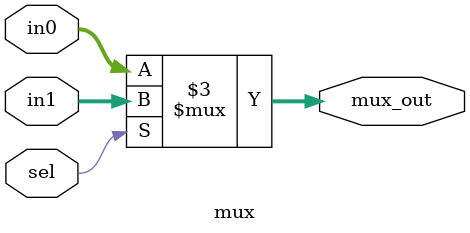
<source format=v>
module mux (
	input  [31:0] in0 , in1 ,
	input sel ,
	output reg  [31:0] mux_out	
);

always @(*) begin 
	if(sel)
		mux_out = in1;
	else
		mux_out = in0;
	
end

endmodule : mux
</source>
